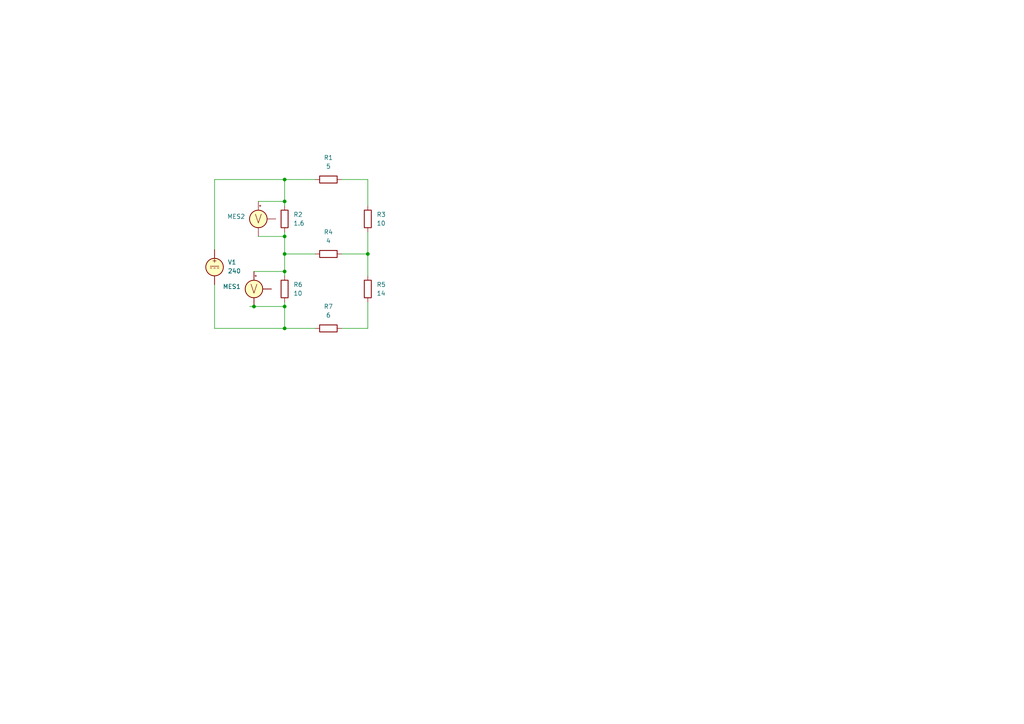
<source format=kicad_sch>
(kicad_sch (version 20230121) (generator eeschema)
  (paper "A4")
  (lib_symbols
    (symbol "Device:R" (pin_numbers hide) (pin_names (offset 0))
      (property "Reference" "R" (at 2.032 0 90))
      (property "Value" "R" (at 0 0 90))
      (symbol "R_0_1"
        (rectangle (start -1.016 -2.54) (end 1.016 2.54) (stroke (width 0.254)))
      )
      (symbol "R_1_1"
        (pin passive line (at 0 3.81 270) (length 1.27) (name "~") (number "1"))
        (pin passive line (at 0 -3.81 90) (length 1.27) (name "~") (number "2"))
      )
    )
    (symbol "Simulation_SPICE:VDC" (pin_numbers hide) (pin_names (offset 0.0254))
      (property "Reference" "V" (at 2.54 2.54 0))
      (property "Value" "1" (at 2.54 0 0))
      (symbol "VDC_0_0"
        (polyline (pts (xy -1.27 0.254) (xy 1.27 0.254)))
        (polyline (pts (xy -0.762 -0.254) (xy -1.27 -0.254)))
        (polyline (pts (xy 0.254 -0.254) (xy -0.254 -0.254)))
        (polyline (pts (xy 1.27 -0.254) (xy 0.762 -0.254)))
        (text "+" (at 0 1.905 0) (effects (font (size 1.27 1.27))))
      )
      (symbol "VDC_0_1"
        (circle (center 0 0) (radius 2.54) (stroke (width 0.254)) (fill (type background)))
      )
      (symbol "VDC_1_1"
        (pin passive line (at 0 5.08 270) (length 2.54) (name "~") (number "1"))
        (pin passive line (at 0 -5.08 90) (length 2.54) (name "~") (number "2"))
      )
    )
    (symbol "Simulation_SPICE:VOLTMETER_DIFF" (pin_numbers hide) (pin_names (offset 0.0254) hide) (in_bom no) (on_board no)
      (property "Reference" "MES?" (at -10.16 0 0))
      (symbol "VOLTMETER_DIFF_0_0"
        (text "V" (at 0 0 0) (effects (font (size 2.54 2.54))))
      )
      (symbol "VOLTMETER_DIFF_0_1"
        (polyline (pts (xy 0.254 3.81) (xy 0.762 3.81)))
        (polyline (pts (xy 0.508 4.064) (xy 0.508 3.556)))
        (circle (center 0 0) (radius 2.54) (stroke (width 0.254)) (fill (type background)))
      )
      (symbol "VOLTMETER_DIFF_1_1"
        (pin passive line (at 0 5.08 270) (length 2.54) (name "+") (number "1"))
        (pin passive line (at 0 -5.08 90) (length 2.54) (name "-") (number "2"))
        (pin output line (at 5.08 0 180) (length 2.54) (name "out") (number "3"))
      )
    )
  )
  (junction (at 73.66 88.9))
  (junction (at 82.55 88.9))
  (junction (at 106.68 73.66))
  (junction (at 82.55 95.25))
  (junction (at 82.55 52.07))
  (junction (at 82.55 78.74))
  (junction (at 82.55 68.58))
  (junction (at 82.55 73.66))
  (junction (at 82.55 58.42))
  (wire (pts (xy 82.55 68.58) (xy 82.55 73.66)))
  (wire (pts (xy 82.55 52.07) (xy 82.55 58.42)))
  (wire (pts (xy 74.93 68.58) (xy 82.55 68.58)))
  (wire (pts (xy 99.06 95.25) (xy 106.68 95.25)))
  (wire (pts (xy 82.55 95.25) (xy 62.23 95.25)))
  (wire (pts (xy 99.06 73.66) (xy 106.68 73.66)))
  (wire (pts (xy 106.68 67.31) (xy 106.68 73.66)))
  (wire (pts (xy 106.68 52.07) (xy 106.68 59.69)))
  (wire (pts (xy 99.06 52.07) (xy 106.68 52.07)))
  (wire (pts (xy 106.68 87.63) (xy 106.68 95.25)))
  (wire (pts (xy 62.23 52.07) (xy 82.55 52.07)))
  (wire (pts (xy 74.93 58.42) (xy 82.55 58.42)))
  (wire (pts (xy 82.55 58.42) (xy 82.55 59.69)))
  (wire (pts (xy 82.55 73.66) (xy 91.44 73.66)))
  (wire (pts (xy 82.55 78.74) (xy 82.55 80.01)))
  (wire (pts (xy 73.66 88.9) (xy 82.55 88.9)))
  (wire (pts (xy 82.55 67.31) (xy 82.55 68.58)))
  (wire (pts (xy 73.66 78.74) (xy 82.55 78.74)))
  (wire (pts (xy 62.23 82.55) (xy 62.23 95.25)))
  (wire (pts (xy 82.55 87.63) (xy 82.55 88.9)))
  (wire (pts (xy 82.55 88.9) (xy 82.55 95.25)))
  (wire (pts (xy 62.23 72.39) (xy 62.23 52.07)))
  (wire (pts (xy 82.55 73.66) (xy 82.55 78.74)))
  (wire (pts (xy 91.44 95.25) (xy 82.55 95.25)))
  (wire (pts (xy 72.39 88.9) (xy 73.66 88.9)))
  (wire (pts (xy 106.68 73.66) (xy 106.68 80.01)))
  (wire (pts (xy 82.55 52.07) (xy 91.44 52.07)))
  (symbol (lib_id "Device:R") (at 95.25 73.66 270) (unit 1)
    (property "Reference" "R4" (at 95.25 67.31 90))
    (property "Value" "4" (at 95.25 69.85 90))
  )
  (symbol (lib_id "Device:R") (at 106.68 83.82 0) (unit 1)
    (property "Reference" "R5" (at 109.22 82.55 0) (effects (justify left)))
    (property "Value" "14" (at 109.22 85.09 0) (effects (justify left)))
  )
  (symbol (lib_id "Device:R") (at 106.68 63.5 180) (unit 1)
    (property "Reference" "R3" (at 109.22 62.23 0) (effects (justify right)))
    (property "Value" "10" (at 109.22 64.77 0) (effects (justify right)))
  )
  (symbol (lib_id "Simulation_SPICE:VOLTMETER_DIFF") (at 73.66 83.82 0) (unit 1) (in_bom no) (on_board no)
    (property "Reference" "MES1" (at 69.85 83.1215 0) (effects (justify right)))
    (property "Value" "VOLTMETER_DIFF" (effects hide))
    (property "Datasheet" "https://ngspice.sourceforge.io/docs/ngspice-manual.pdf" (effects hide))
    (property "Sim.Name" "kicad_builtin_vdiff" (effects hide))
    (property "Sim.Device" "SUBCKT" (effects hide))
    (property "Sim.Pins" "1=1 2=2 3=3" (effects hide))
    (property "Sim.Library" "${KICAD7_SYMBOL_DIR}/Simulation_SPICE.sp" (effects hide))
  )
  (symbol (lib_id "Device:R") (at 82.55 63.5 180) (unit 1)
    (property "Reference" "R2" (at 85.09 62.23 0) (effects (justify right)))
    (property "Value" "1.6" (at 85.09 64.77 0) (effects (justify right)))
  )
  (symbol (lib_id "Device:R") (at 95.25 52.07 90) (unit 1)
    (property "Reference" "R1" (at 95.25 45.72 90))
    (property "Value" "5" (at 95.25 48.26 90))
  )
  (symbol (lib_id "Simulation_SPICE:VDC") (at 62.23 77.47 0) (unit 1)
    (property "Reference" "V1" (at 66.04 76.0702 0) (effects (justify left)))
    (property "Value" "240" (at 66.04 78.6102 0) (effects (justify left)))
    (property "Sim.Pins" "1=+ 2=-" (effects hide))
    (property "Sim.Type" "DC" (effects hide))
    (property "Sim.Device" "V" (effects hide))
  )
  (symbol (lib_id "Device:R") (at 95.25 95.25 90) (unit 1)
    (property "Reference" "R7" (at 95.25 88.9 90))
    (property "Value" "6" (at 95.25 91.44 90))
  )
  (symbol (lib_id "Device:R") (at 82.55 83.82 0) (unit 1)
    (property "Reference" "R6" (at 85.09 82.55 0) (effects (justify left)))
    (property "Value" "10" (at 85.09 85.09 0) (effects (justify left)))
  )
  (symbol (lib_id "Simulation_SPICE:VOLTMETER_DIFF") (at 74.93 63.5 0) (unit 1) (in_bom no) (on_board no)
    (property "Reference" "MES2" (at 71.12 62.8015 0) (effects (justify right)))
    (property "Value" "VOLTMETER_DIFF" (effects hide))
    (property "Datasheet" "https://ngspice.sourceforge.io/docs/ngspice-manual.pdf" (effects hide))
    (property "Sim.Name" "kicad_builtin_vdiff" (effects hide))
    (property "Sim.Device" "SUBCKT" (effects hide))
    (property "Sim.Pins" "1=1 2=2 3=3" (effects hide))
    (property "Sim.Library" "${KICAD7_SYMBOL_DIR}/Simulation_SPICE.sp" (effects hide))
  )
)
</source>
